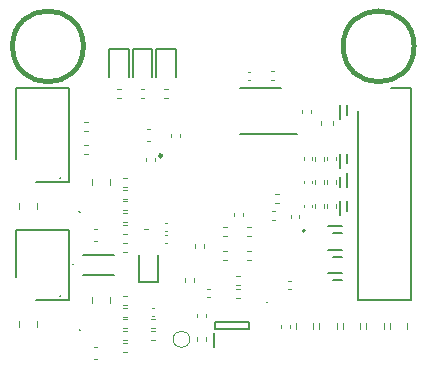
<source format=gbr>
%TF.GenerationSoftware,KiCad,Pcbnew,(6.0.10)*%
%TF.CreationDate,2024-02-10T14:34:54+01:00*%
%TF.ProjectId,TMC6300_HAL,544d4336-3330-4305-9f48-414c2e6b6963,rev?*%
%TF.SameCoordinates,Original*%
%TF.FileFunction,Legend,Top*%
%TF.FilePolarity,Positive*%
%FSLAX46Y46*%
G04 Gerber Fmt 4.6, Leading zero omitted, Abs format (unit mm)*
G04 Created by KiCad (PCBNEW (6.0.10)) date 2024-02-10 14:34:54*
%MOMM*%
%LPD*%
G01*
G04 APERTURE LIST*
%ADD10C,0.400000*%
%ADD11C,0.120000*%
%ADD12C,0.200000*%
%ADD13C,0.050000*%
%ADD14C,0.100000*%
%ADD15C,0.250000*%
G04 APERTURE END LIST*
D10*
X214000000Y-57000000D02*
G75*
G03*
X214000000Y-57000000I-3000000J0D01*
G01*
X242000000Y-57000000D02*
G75*
G03*
X242000000Y-57000000I-3000000J0D01*
G01*
D11*
%TO.C,R109*%
X220846359Y-60620000D02*
X221153641Y-60620000D01*
X220846359Y-61380000D02*
X221153641Y-61380000D01*
%TO.C,R108*%
X218846359Y-60620000D02*
X219153641Y-60620000D01*
X218846359Y-61380000D02*
X219153641Y-61380000D01*
D12*
%TO.C,LED103*%
X221825000Y-59550000D02*
X221825000Y-57225000D01*
X221825000Y-57225000D02*
X220175000Y-57225000D01*
X220175000Y-57225000D02*
X220175000Y-59550000D01*
%TO.C,LED102*%
X219825000Y-59550000D02*
X219825000Y-57225000D01*
X219825000Y-57225000D02*
X218175000Y-57225000D01*
X218175000Y-57225000D02*
X218175000Y-59550000D01*
D11*
%TO.C,R107*%
X219746359Y-80880000D02*
X220053641Y-80880000D01*
X219746359Y-80120000D02*
X220053641Y-80120000D01*
%TO.C,R106*%
X220053641Y-81120000D02*
X219746359Y-81120000D01*
X220053641Y-81880000D02*
X219746359Y-81880000D01*
%TO.C,C108*%
X220007836Y-79860000D02*
X219792164Y-79860000D01*
X220007836Y-79140000D02*
X219792164Y-79140000D01*
%TO.C,R105*%
X216846359Y-60620000D02*
X217153641Y-60620000D01*
X216846359Y-61380000D02*
X217153641Y-61380000D01*
D12*
%TO.C,LED101*%
X217825000Y-59550000D02*
X217825000Y-57225000D01*
X217825000Y-57225000D02*
X216175000Y-57225000D01*
X216175000Y-57225000D02*
X216175000Y-59550000D01*
D13*
%TO.C,FB101*%
X219450000Y-72500000D02*
X219150000Y-72500000D01*
D11*
%TO.C,C107*%
X221107836Y-71940000D02*
X220892164Y-71940000D01*
X221107836Y-72660000D02*
X220892164Y-72660000D01*
%TO.C,C106*%
X221107836Y-72940000D02*
X220892164Y-72940000D01*
X221107836Y-73660000D02*
X220892164Y-73660000D01*
D12*
%TO.C,D301*%
X214000000Y-74650000D02*
X216600000Y-74650000D01*
X216600000Y-76350000D02*
X214000000Y-76350000D01*
X213143000Y-75459000D02*
G75*
G03*
X213143000Y-75459000I-48000J0D01*
G01*
D11*
%TO.C,R311*%
X217653641Y-74380000D02*
X217346359Y-74380000D01*
X217653641Y-73620000D02*
X217346359Y-73620000D01*
%TO.C,R310*%
X217653641Y-68880000D02*
X217346359Y-68880000D01*
X217653641Y-68120000D02*
X217346359Y-68120000D01*
%TO.C,R309*%
X217346359Y-69120000D02*
X217653641Y-69120000D01*
X217346359Y-69880000D02*
X217653641Y-69880000D01*
%TO.C,R308*%
X217653641Y-78120000D02*
X217346359Y-78120000D01*
X217653641Y-78880000D02*
X217346359Y-78880000D01*
%TO.C,R307*%
X217346359Y-79880000D02*
X217653641Y-79880000D01*
X217346359Y-79120000D02*
X217653641Y-79120000D01*
%TO.C,R306*%
X217346359Y-70880000D02*
X217653641Y-70880000D01*
X217346359Y-70120000D02*
X217653641Y-70120000D01*
%TO.C,R305*%
X217346359Y-80880000D02*
X217653641Y-80880000D01*
X217346359Y-80120000D02*
X217653641Y-80120000D01*
%TO.C,R304*%
X217653641Y-71880000D02*
X217346359Y-71880000D01*
X217653641Y-71120000D02*
X217346359Y-71120000D01*
%TO.C,R303*%
X217653641Y-81120000D02*
X217346359Y-81120000D01*
X217653641Y-81880000D02*
X217346359Y-81880000D01*
%TO.C,R302*%
X217346359Y-72120000D02*
X217653641Y-72120000D01*
X217346359Y-72880000D02*
X217653641Y-72880000D01*
%TO.C,R301*%
X217346359Y-82880000D02*
X217653641Y-82880000D01*
X217346359Y-82120000D02*
X217653641Y-82120000D01*
D12*
%TO.C,LED301*%
X218675000Y-74650000D02*
X218675000Y-76975000D01*
X218675000Y-76975000D02*
X220325000Y-76975000D01*
X220325000Y-76975000D02*
X220325000Y-74650000D01*
%TO.C,L302*%
X212050000Y-68150000D02*
G75*
G03*
X212050000Y-68150000I-50000J0D01*
G01*
%TO.C,L301*%
X212050000Y-78150000D02*
G75*
G03*
X212050000Y-78150000I-50000J0D01*
G01*
D14*
%TO.C,IC302*%
X213700000Y-71000000D02*
X213700000Y-71000000D01*
X213600000Y-71000000D02*
X213600000Y-71000000D01*
X213700000Y-71000000D02*
G75*
G03*
X213600000Y-71000000I-50000J0D01*
G01*
X213600000Y-71000000D02*
G75*
G03*
X213700000Y-71000000I50000J0D01*
G01*
%TO.C,IC301*%
X213600000Y-81000000D02*
G75*
G03*
X213700000Y-81000000I50000J0D01*
G01*
X213700000Y-81000000D02*
G75*
G03*
X213600000Y-81000000I-50000J0D01*
G01*
X213600000Y-81000000D02*
X213600000Y-81000000D01*
X213700000Y-81000000D02*
X213700000Y-81000000D01*
D11*
%TO.C,C306*%
X215140580Y-73510000D02*
X214859420Y-73510000D01*
X215140580Y-72490000D02*
X214859420Y-72490000D01*
%TO.C,C305*%
X215140580Y-82490000D02*
X214859420Y-82490000D01*
X215140580Y-83510000D02*
X214859420Y-83510000D01*
%TO.C,C304*%
X214765000Y-68238748D02*
X214765000Y-68761252D01*
X216235000Y-68238748D02*
X216235000Y-68761252D01*
%TO.C,C303*%
X216235000Y-78238748D02*
X216235000Y-78761252D01*
X214765000Y-78238748D02*
X214765000Y-78761252D01*
%TO.C,C302*%
X208565000Y-70238748D02*
X208565000Y-70761252D01*
X210035000Y-70238748D02*
X210035000Y-70761252D01*
%TO.C,C301*%
X210035000Y-80238748D02*
X210035000Y-80761252D01*
X208565000Y-80238748D02*
X208565000Y-80761252D01*
%TO.C,C204*%
X235965000Y-80438748D02*
X235965000Y-80961252D01*
X237435000Y-80438748D02*
X237435000Y-80961252D01*
%TO.C,R101*%
X222180000Y-64396359D02*
X222180000Y-64703641D01*
X221420000Y-64396359D02*
X221420000Y-64703641D01*
D12*
%TO.C,D102*%
X234735000Y-74200000D02*
X235900000Y-74200000D01*
X235100000Y-74800000D02*
X235900000Y-74800000D01*
%TO.C,D401*%
X235700000Y-67265000D02*
X235700000Y-66100000D01*
X236300000Y-66900000D02*
X236300000Y-66100000D01*
D11*
%TO.C,R205*%
X230246359Y-70280000D02*
X230553641Y-70280000D01*
X230246359Y-69520000D02*
X230553641Y-69520000D01*
D15*
%TO.C,IC101*%
X220650000Y-66250000D02*
G75*
G03*
X220650000Y-66250000I-125000J0D01*
G01*
D11*
%TO.C,R405*%
X234380000Y-70346359D02*
X234380000Y-70653641D01*
X233620000Y-70346359D02*
X233620000Y-70653641D01*
%TO.C,R204*%
X225846359Y-75080000D02*
X226153641Y-75080000D01*
X225846359Y-74320000D02*
X226153641Y-74320000D01*
%TO.C,C102*%
X226790000Y-71122164D02*
X226790000Y-71337836D01*
X227510000Y-71122164D02*
X227510000Y-71337836D01*
D12*
%TO.C,J101*%
X241750000Y-60550000D02*
X240050000Y-60550000D01*
X237250000Y-62500000D02*
X237250000Y-78450000D01*
X237250000Y-78450000D02*
X241750000Y-78450000D01*
X241750000Y-78450000D02*
X241750000Y-60550000D01*
D11*
%TO.C,C205*%
X235435000Y-80438748D02*
X235435000Y-80961252D01*
X233965000Y-80438748D02*
X233965000Y-80961252D01*
%TO.C,C403*%
X235110000Y-63359420D02*
X235110000Y-63640580D01*
X234090000Y-63359420D02*
X234090000Y-63640580D01*
%TO.C,C209*%
X231557836Y-77560000D02*
X231342164Y-77560000D01*
X231557836Y-76840000D02*
X231342164Y-76840000D01*
%TO.C,R208*%
X223620000Y-81646359D02*
X223620000Y-81953641D01*
X224380000Y-81646359D02*
X224380000Y-81953641D01*
D12*
%TO.C,R212*%
X229550000Y-78675000D02*
G75*
G03*
X229550000Y-78675000I-50000J0D01*
G01*
D11*
%TO.C,R202*%
X225846359Y-72320000D02*
X226153641Y-72320000D01*
X225846359Y-73080000D02*
X226153641Y-73080000D01*
D12*
%TO.C,J104*%
X232100000Y-64445000D02*
X227285000Y-64445000D01*
X230715000Y-60555000D02*
X227285000Y-60555000D01*
D11*
%TO.C,C207*%
X231540000Y-71292164D02*
X231540000Y-71507836D01*
X232260000Y-71292164D02*
X232260000Y-71507836D01*
D12*
%TO.C,D103*%
X234735000Y-76200000D02*
X235900000Y-76200000D01*
X235100000Y-76800000D02*
X235900000Y-76800000D01*
%TO.C,IC201*%
X232750000Y-72600000D02*
G75*
G03*
X232750000Y-72600000I-100000J0D01*
G01*
D11*
%TO.C,C208*%
X223640000Y-79692164D02*
X223640000Y-79907836D01*
X224360000Y-79692164D02*
X224360000Y-79907836D01*
%TO.C,C101*%
X219340000Y-66707836D02*
X219340000Y-66492164D01*
X220060000Y-66707836D02*
X220060000Y-66492164D01*
%TO.C,C201*%
X230740000Y-80592164D02*
X230740000Y-80807836D01*
X231460000Y-80592164D02*
X231460000Y-80807836D01*
%TO.C,C206*%
X239435000Y-80438748D02*
X239435000Y-80961252D01*
X237965000Y-80438748D02*
X237965000Y-80961252D01*
D12*
%TO.C,D402*%
X236300000Y-62800000D02*
X236300000Y-62000000D01*
X235700000Y-63165000D02*
X235700000Y-62000000D01*
D11*
%TO.C,R103*%
X214353641Y-65320000D02*
X214046359Y-65320000D01*
X214353641Y-66080000D02*
X214046359Y-66080000D01*
%TO.C,R402*%
X234620000Y-66653641D02*
X234620000Y-66346359D01*
X235380000Y-66653641D02*
X235380000Y-66346359D01*
%TO.C,R210*%
X222620000Y-76646359D02*
X222620000Y-76953641D01*
X223380000Y-76646359D02*
X223380000Y-76953641D01*
%TO.C,C104*%
X233260000Y-62392164D02*
X233260000Y-62607836D01*
X232540000Y-62392164D02*
X232540000Y-62607836D01*
%TO.C,C105*%
X227902164Y-59140000D02*
X228117836Y-59140000D01*
X227902164Y-59860000D02*
X228117836Y-59860000D01*
D12*
%TO.C,J103*%
X212800000Y-72550000D02*
X212800000Y-78450000D01*
X208300000Y-72550000D02*
X212800000Y-72550000D01*
X212800000Y-78450000D02*
X210000000Y-78450000D01*
X208300000Y-76500000D02*
X208300000Y-72550000D01*
D11*
%TO.C,TP207*%
X223000000Y-81800000D02*
G75*
G03*
X223000000Y-81800000I-700000J0D01*
G01*
%TO.C,R207*%
X223420000Y-73746359D02*
X223420000Y-74053641D01*
X224180000Y-73746359D02*
X224180000Y-74053641D01*
%TO.C,R102*%
X214046359Y-64180000D02*
X214353641Y-64180000D01*
X214046359Y-63420000D02*
X214353641Y-63420000D01*
%TO.C,R104*%
X229856359Y-59120000D02*
X230163641Y-59120000D01*
X229856359Y-59880000D02*
X230163641Y-59880000D01*
%TO.C,R206*%
X228153641Y-75080000D02*
X227846359Y-75080000D01*
X228153641Y-74320000D02*
X227846359Y-74320000D01*
%TO.C,R201*%
X227846359Y-72320000D02*
X228153641Y-72320000D01*
X227846359Y-73080000D02*
X228153641Y-73080000D01*
%TO.C,R403*%
X234380000Y-68643641D02*
X234380000Y-68336359D01*
X233620000Y-68643641D02*
X233620000Y-68336359D01*
%TO.C,R211*%
X227253641Y-78280000D02*
X226946359Y-78280000D01*
X227253641Y-77520000D02*
X226946359Y-77520000D01*
%TO.C,R406*%
X234620000Y-70653641D02*
X234620000Y-70346359D01*
X235380000Y-70653641D02*
X235380000Y-70346359D01*
%TO.C,C203*%
X233435000Y-80438748D02*
X233435000Y-80961252D01*
X231965000Y-80438748D02*
X231965000Y-80961252D01*
%TO.C,C202*%
X241435000Y-80438748D02*
X241435000Y-80961252D01*
X239965000Y-80438748D02*
X239965000Y-80961252D01*
D12*
%TO.C,IC202*%
X228050000Y-80900000D02*
X225150000Y-80900000D01*
X225150000Y-80300000D02*
X228050000Y-80300000D01*
X228050000Y-80300000D02*
X228050000Y-80900000D01*
X225100000Y-82450000D02*
X225100000Y-81250000D01*
X225150000Y-80900000D02*
X225150000Y-80300000D01*
D11*
%TO.C,C402*%
X233360000Y-68607836D02*
X233360000Y-68392164D01*
X232640000Y-68607836D02*
X232640000Y-68392164D01*
D12*
%TO.C,D403*%
X236300000Y-67735000D02*
X236300000Y-68900000D01*
X235700000Y-68100000D02*
X235700000Y-68900000D01*
D11*
%TO.C,C103*%
X219359420Y-65010000D02*
X219640580Y-65010000D01*
X219359420Y-63990000D02*
X219640580Y-63990000D01*
D12*
%TO.C,D101*%
X235100000Y-72800000D02*
X235900000Y-72800000D01*
X234735000Y-72200000D02*
X235900000Y-72200000D01*
D11*
%TO.C,C210*%
X224707836Y-77540000D02*
X224492164Y-77540000D01*
X224707836Y-78260000D02*
X224492164Y-78260000D01*
%TO.C,R404*%
X234620000Y-68346359D02*
X234620000Y-68653641D01*
X235380000Y-68346359D02*
X235380000Y-68653641D01*
%TO.C,R401*%
X233620000Y-66356359D02*
X233620000Y-66663641D01*
X234380000Y-66356359D02*
X234380000Y-66663641D01*
%TO.C,C401*%
X232640000Y-66392164D02*
X232640000Y-66607836D01*
X233360000Y-66392164D02*
X233360000Y-66607836D01*
%TO.C,R209*%
X226946359Y-77180000D02*
X227253641Y-77180000D01*
X226946359Y-76420000D02*
X227253641Y-76420000D01*
%TO.C,C404*%
X233360000Y-70392164D02*
X233360000Y-70607836D01*
X232640000Y-70392164D02*
X232640000Y-70607836D01*
D12*
%TO.C,D404*%
X235700000Y-71265000D02*
X235700000Y-70100000D01*
X236300000Y-70900000D02*
X236300000Y-70100000D01*
%TO.C,J102*%
X212800000Y-60550000D02*
X212800000Y-68450000D01*
X208300000Y-66500000D02*
X208300000Y-60550000D01*
X208300000Y-60550000D02*
X212800000Y-60550000D01*
X212800000Y-68450000D02*
X210000000Y-68450000D01*
D11*
%TO.C,R203*%
X229936359Y-71680000D02*
X230243641Y-71680000D01*
X229936359Y-70920000D02*
X230243641Y-70920000D01*
%TD*%
M02*

</source>
